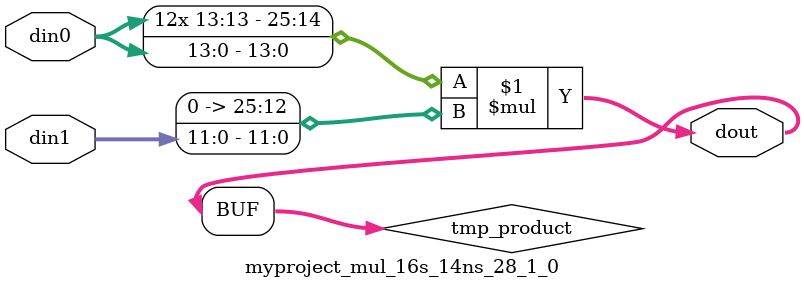
<source format=v>

`timescale 1 ns / 1 ps

  module myproject_mul_16s_14ns_28_1_0(din0, din1, dout);
parameter ID = 1;
parameter NUM_STAGE = 0;
parameter din0_WIDTH = 14;
parameter din1_WIDTH = 12;
parameter dout_WIDTH = 26;

input [din0_WIDTH - 1 : 0] din0; 
input [din1_WIDTH - 1 : 0] din1; 
output [dout_WIDTH - 1 : 0] dout;

wire signed [dout_WIDTH - 1 : 0] tmp_product;












assign tmp_product = $signed(din0) * $signed({1'b0, din1});









assign dout = tmp_product;







endmodule

</source>
